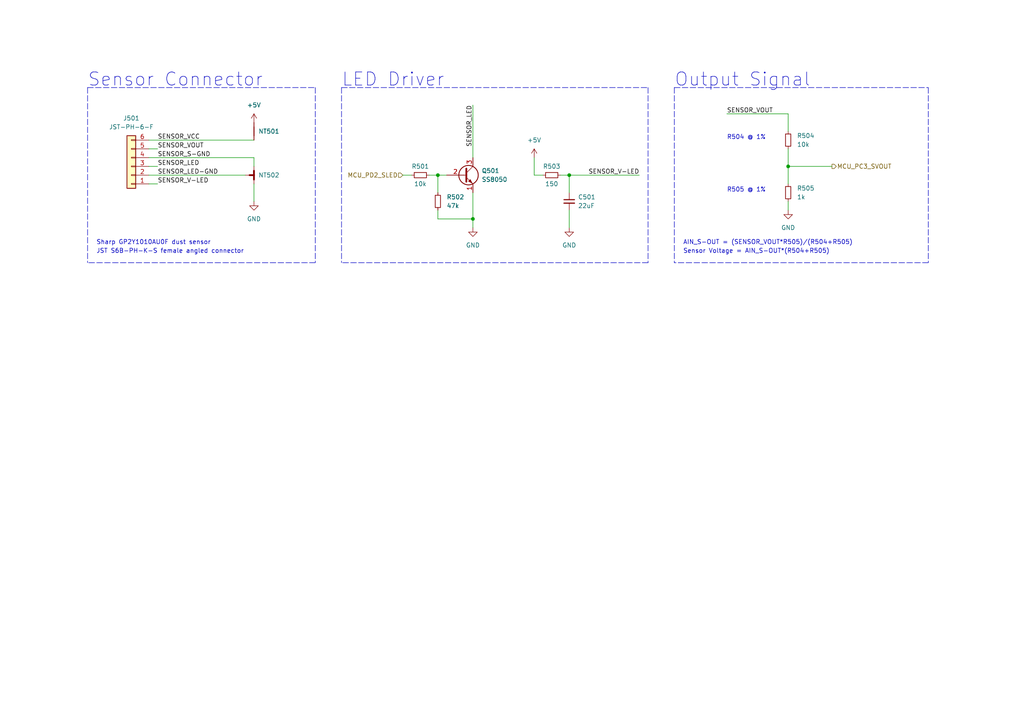
<source format=kicad_sch>
(kicad_sch (version 20211123) (generator eeschema)
  (paper "A4")
  (title_block (title "Dust Sensor Driver Circuit") (date "2022-09-08") (rev "v1.0.0") (company "Lizard Electronics") (comment 1 "Designed by: Manuel Lagarto"))
  (lib_symbols
    (symbol "Connector_Generic:Conn_01x06" (pin_names (offset 1.016) hide)
      (property "Reference" "J" (at 0 7.62 0))
      (property "Value" "Conn_01x06" (at 0 -10.16 0))
      (symbol "Conn_01x06_1_1"
        (rectangle (start -1.27 -7.493) (end 0 -7.747) (stroke (width 0.1524)))
        (rectangle (start -1.27 -4.953) (end 0 -5.207) (stroke (width 0.1524)))
        (rectangle (start -1.27 -2.413) (end 0 -2.667) (stroke (width 0.1524)))
        (rectangle (start -1.27 0.127) (end 0 -0.127) (stroke (width 0.1524)))
        (rectangle (start -1.27 2.667) (end 0 2.413) (stroke (width 0.1524)))
        (rectangle (start -1.27 5.207) (end 0 4.953) (stroke (width 0.1524)))
        (rectangle (start -1.27 6.35) (end 1.27 -8.89) (stroke (width 0.254)) (fill (type background)))
        (pin passive line (at -5.08 5.08 0) (length 3.81) (name "Pin_1") (number "1"))
        (pin passive line (at -5.08 2.54 0) (length 3.81) (name "Pin_2") (number "2"))
        (pin passive line (at -5.08 0 0) (length 3.81) (name "Pin_3") (number "3"))
        (pin passive line (at -5.08 -2.54 0) (length 3.81) (name "Pin_4") (number "4"))
        (pin passive line (at -5.08 -5.08 0) (length 3.81) (name "Pin_5") (number "5"))
        (pin passive line (at -5.08 -7.62 0) (length 3.81) (name "Pin_6") (number "6"))
      )
    )
    (symbol "Device:C_Small" (pin_numbers hide) (pin_names (offset 0.254) hide)
      (property "Reference" "C" (at 0.254 1.778 0))
      (property "Value" "C_Small" (at 0.254 -2.032 0))
      (symbol "C_Small_0_1"
        (polyline (pts (xy -1.524 -0.508) (xy 1.524 -0.508)) (stroke (width 0.3302)))
        (polyline (pts (xy -1.524 0.508) (xy 1.524 0.508)) (stroke (width 0.3048)))
      )
      (symbol "C_Small_1_1"
        (pin passive line (at 0 2.54 270) (length 2.032) (name "~") (number "1"))
        (pin passive line (at 0 -2.54 90) (length 2.032) (name "~") (number "2"))
      )
    )
    (symbol "Device:NetTie_2" (pin_numbers hide) (pin_names (offset 0) hide)
      (property "Reference" "NT" (at 0 1.27 0))
      (property "Value" "NetTie_2" (at 0 -1.27 0))
      (symbol "NetTie_2_0_1"
        (polyline (pts (xy -1.27 0) (xy 1.27 0)) (stroke (width 0.254)))
      )
      (symbol "NetTie_2_1_1"
        (pin passive line (at -2.54 0 0) (length 2.54) (name "1") (number "1"))
        (pin passive line (at 2.54 0 180) (length 2.54) (name "2") (number "2"))
      )
    )
    (symbol "Device:NetTie_3_Tee" (pin_numbers hide) (pin_names (offset 0) hide)
      (property "Reference" "NT" (at 0 3.175 0))
      (property "Value" "NetTie_3_Tee" (at 0 1.27 0))
      (symbol "NetTie_3_Tee_0_1"
        (polyline (pts (xy -1.27 0) (xy 1.27 0)) (stroke (width 0.254)))
        (polyline (pts (xy -1.27 0) (xy 1.27 0)) (stroke (width 0.508)))
        (polyline (pts (xy 0 -2.54) (xy 0 -2.54)) (stroke (width 0.254)))
        (polyline (pts (xy 0 -1.27) (xy 0 0)) (stroke (width 0.508)))
      )
      (symbol "NetTie_3_Tee_1_1"
        (pin passive line (at -2.54 0 0) (length 2.54) (name "1") (number "1"))
        (pin passive line (at 2.54 0 180) (length 2.54) (name "2") (number "2"))
        (pin passive line (at 0 -2.54 90) (length 2.54) (name "3") (number "3"))
      )
    )
    (symbol "Device:R_Small" (pin_numbers hide) (pin_names (offset 0.254) hide)
      (property "Reference" "R" (at 0.762 0.508 0))
      (property "Value" "R_Small" (at 0.762 -1.016 0))
      (symbol "R_Small_0_1"
        (rectangle (start -0.762 1.778) (end 0.762 -1.778) (stroke (width 0.2032)))
      )
      (symbol "R_Small_1_1"
        (pin passive line (at 0 2.54 270) (length 0.762) (name "~") (number "1"))
        (pin passive line (at 0 -2.54 90) (length 0.762) (name "~") (number "2"))
      )
    )
    (symbol "Transistor_BJT:S8050" (pin_names (offset 0) hide)
      (property "Reference" "Q" (at 5.08 1.905 0))
      (property "Value" "S8050" (at 5.08 0 0))
      (symbol "S8050_0_1"
        (polyline (pts (xy 0 0) (xy 0.635 0)))
        (polyline (pts (xy 0.635 0.635) (xy 2.54 2.54)))
        (polyline (pts (xy 0.635 -0.635) (xy 2.54 -2.54) (xy 2.54 -2.54)))
        (polyline (pts (xy 0.635 1.905) (xy 0.635 -1.905) (xy 0.635 -1.905)) (stroke (width 0.508)))
        (polyline (pts (xy 1.27 -1.778) (xy 1.778 -1.27) (xy 2.286 -2.286) (xy 1.27 -1.778) (xy 1.27 -1.778)) (fill (type outline)))
        (circle (center 1.27 0) (radius 2.8194) (stroke (width 0.254)))
      )
      (symbol "S8050_1_1"
        (pin passive line (at 2.54 -5.08 90) (length 2.54) (name "E") (number "1"))
        (pin input line (at -5.08 0 0) (length 5.08) (name "B") (number "2"))
        (pin passive line (at 2.54 5.08 270) (length 2.54) (name "C") (number "3"))
      )
    )
    (symbol "power:+5V" (power) (pin_names (offset 0))
      (property "Value" "+5V" (at 0 3.556 0))
      (symbol "+5V_0_1"
        (polyline (pts (xy -0.762 1.27) (xy 0 2.54)))
        (polyline (pts (xy 0 0) (xy 0 2.54)))
        (polyline (pts (xy 0 2.54) (xy 0.762 1.27)))
      )
      (symbol "+5V_1_1"
        (pin power_in line (at 0 0 90) (length 0) hide (name "+5V") (number "1"))
      )
    )
    (symbol "power:GND" (power) (pin_names (offset 0))
      (property "Value" "GND" (at 0 -3.81 0))
      (symbol "GND_0_1"
        (polyline (pts (xy 0 0) (xy 0 -1.27) (xy 1.27 -1.27) (xy 0 -2.54) (xy -1.27 -1.27) (xy 0 -1.27)))
      )
      (symbol "GND_1_1"
        (pin power_in line (at 0 0 270) (length 0) hide (name "GND") (number "1"))
      )
    )
  )
  (junction (at 137.16 63.5))
  (junction (at 127 50.8))
  (junction (at 228.6 48.26))
  (junction (at 165.1 50.8))
  (wire (pts (xy 127 63.5) (xy 127 60.96)))
  (wire (pts (xy 43.18 48.26) (xy 45.72 48.26)))
  (wire (pts (xy 154.94 50.8) (xy 157.48 50.8)))
  (wire (pts (xy 165.1 60.96) (xy 165.1 66.04)))
  (wire (pts (xy 228.6 53.34) (xy 228.6 48.26)))
  (wire (pts (xy 162.56 50.8) (xy 165.1 50.8)))
  (wire (pts (xy 137.16 63.5) (xy 127 63.5)))
  (wire (pts (xy 116.84 50.8) (xy 119.38 50.8)))
  (wire (pts (xy 127 55.88) (xy 127 50.8)))
  (wire (pts (xy 137.16 30.48) (xy 137.16 45.72)))
  (wire (pts (xy 228.6 43.18) (xy 228.6 48.26)))
  (wire (pts (xy 137.16 55.88) (xy 137.16 63.5)))
  (wire (pts (xy 165.1 50.8) (xy 165.1 55.88)))
  (polyline (pts (xy 187.96 76.2) (xy 99.06 76.2)))
  (polyline (pts (xy 91.44 76.2) (xy 25.4 76.2)))
  (polyline (pts (xy 187.96 25.4) (xy 187.96 76.2)))
  (polyline (pts (xy 25.4 25.4) (xy 91.44 25.4)))
  (wire (pts (xy 228.6 38.1) (xy 228.6 33.02)))
  (wire (pts (xy 73.66 53.34) (xy 73.66 58.42)))
  (wire (pts (xy 43.18 50.8) (xy 71.12 50.8)))
  (wire (pts (xy 137.16 66.04) (xy 137.16 63.5)))
  (wire (pts (xy 228.6 48.26) (xy 241.3 48.26)))
  (wire (pts (xy 124.46 50.8) (xy 127 50.8)))
  (polyline (pts (xy 269.24 25.4) (xy 269.24 76.2)))
  (polyline (pts (xy 25.4 25.4) (xy 25.4 76.2)))
  (polyline (pts (xy 99.06 25.4) (xy 187.96 25.4)))
  (wire (pts (xy 73.66 45.72) (xy 73.66 48.26)))
  (wire (pts (xy 43.18 40.64) (xy 73.66 40.64)))
  (polyline (pts (xy 269.24 76.2) (xy 195.58 76.2)))
  (wire (pts (xy 43.18 53.34) (xy 45.72 53.34)))
  (polyline (pts (xy 99.06 25.4) (xy 99.06 76.2)))
  (wire (pts (xy 165.1 50.8) (xy 185.42 50.8)))
  (wire (pts (xy 43.18 45.72) (xy 73.66 45.72)))
  (wire (pts (xy 210.82 33.02) (xy 228.6 33.02)))
  (polyline (pts (xy 195.58 25.4) (xy 269.24 25.4)))
  (wire (pts (xy 228.6 60.96) (xy 228.6 58.42)))
  (wire (pts (xy 154.94 45.72) (xy 154.94 50.8)))
  (polyline (pts (xy 91.44 25.4) (xy 91.44 76.2)))
  (polyline (pts (xy 195.58 25.4) (xy 195.58 76.2)))
  (wire (pts (xy 43.18 43.18) (xy 45.72 43.18)))
  (wire (pts (xy 127 50.8) (xy 129.54 50.8)))
  (text "R505 @ 1%" (at 210.82 55.88 0) (effects (font (size 1.27 1.27)) (justify left bottom)))
  (text "AIN_S-OUT = (SENSOR_VOUT*R505)/(R504+R505)" (at 198.12 71.12 0) (effects (font (size 1.27 1.27)) (justify left bottom)))
  (text "Sharp GP2Y1010AU0F dust sensor" (at 27.94 71.12 0) (effects (font (size 1.27 1.27)) (justify left bottom)))
  (text "Sensor Connector" (at 25.4 25.4 0) (effects (font (size 3.81 3.81)) (justify left bottom)))
  (text "Output Signal" (at 195.58 25.4 0) (effects (font (size 3.81 3.81)) (justify left bottom)))
  (text "Sensor Voltage = AIN_S-OUT*(R504+R505)" (at 198.12 73.66 0) (effects (font (size 1.27 1.27)) (justify left bottom)))
  (text "LED Driver" (at 99.06 25.4 0) (effects (font (size 3.81 3.81)) (justify left bottom)))
  (text "R504 @ 1%" (at 210.82 40.64 0) (effects (font (size 1.27 1.27)) (justify left bottom)))
  (text "JST S6B-PH-K-S female angled connector " (at 27.94 73.66 0) (effects (font (size 1.27 1.27)) (justify left bottom)))
  (label "SENSOR_VOUT" (at 45.72 43.18 0))
  (label "SENSOR_V-LED" (at 45.72 53.34 0))
  (label "SENSOR_VCC" (at 45.72 40.64 0))
  (label "SENSOR_LED-GND" (at 45.72 50.8 0))
  (label "SENSOR_S-GND" (at 45.72 45.72 0))
  (label "SENSOR_V-LED" (at 185.42 50.8 180))
  (label "SENSOR_LED" (at 45.72 48.26 0))
  (label "SENSOR_LED" (at 137.16 30.48 270))
  (label "SENSOR_VOUT" (at 210.82 33.02 0))
  (hierarchical_label "MCU_PD2_SLED" (shape input) (at 116.84 50.8 180))
  (hierarchical_label "MCU_PC3_SVOUT" (shape output) (at 241.3 48.26 0))
  (symbol (lib_id "Transistor_BJT:S8050") (at 134.62 50.8 0) (unit 1)
    (property "Reference" "Q501" (at 139.7 49.5299 0) (effects (justify left)))
    (property "Value" "SS8050" (at 139.7 52.0699 0) (effects (justify left)))
    (property "Footprint" "Package_TO_SOT_SMD:SOT-23" (effects hide))
    (property "Datasheet" "https://datasheet.lcsc.com/lcsc/1811052004_Jiangsu-Changjing-Electronics-Technology-Co---Ltd--SS8050_C2150.pdf" (effects hide))
  )
  (symbol (lib_id "power:GND") (at 165.1 66.04 0) (unit 1)
    (property "Reference" "#PWR0505" (effects hide))
    (property "Value" "GND" (at 165.1 71.12 0))
  )
  (symbol (lib_id "Device:NetTie_2") (at 73.66 38.1 90) (unit 1)
    (property "Reference" "NT501" (at 74.93 38.0999 90) (effects (justify right)))
    (property "Value" "NetTie_2" (effects hide))
    (property "Footprint" "NetTie:NetTie-2_SMD_Pad0.5mm" (effects hide))
  )
  (symbol (lib_id "Device:R_Small") (at 121.92 50.8 90) (unit 1)
    (property "Reference" "R501" (at 121.92 48.26 90))
    (property "Value" "10k" (at 121.92 53.34 90))
    (property "Footprint" "Resistor_SMD:R_0603_1608Metric_Pad0.98x0.95mm_HandSolder" (effects hide))
  )
  (symbol (lib_id "Device:R_Small") (at 228.6 55.88 180) (unit 1)
    (property "Reference" "R505" (at 231.14 54.6099 0) (effects (justify right)))
    (property "Value" "1k" (at 231.14 57.1499 0) (effects (justify right)))
    (property "Footprint" "Resistor_SMD:R_0603_1608Metric_Pad0.98x0.95mm_HandSolder" (effects hide))
  )
  (symbol (lib_id "power:GND") (at 73.66 58.42 0) (unit 1)
    (property "Reference" "#PWR0502" (effects hide))
    (property "Value" "GND" (at 73.66 63.5 0))
  )
  (symbol (lib_id "Connector_Generic:Conn_01x06") (at 38.1 48.26 180) (unit 1)
    (property "Reference" "J501" (at 38.1 34.29 0))
    (property "Value" "JST-PH-6-F" (at 38.1 36.83 0))
    (property "Footprint" "Connector_JST:JST_PH_S6B-PH-K_1x06_P2.00mm_Horizontal" (effects hide))
  )
  (symbol (lib_id "power:+5V") (at 73.66 35.56 0) (unit 1)
    (property "Reference" "#PWR0501" (effects hide))
    (property "Value" "+5V" (at 73.66 30.48 0))
  )
  (symbol (lib_id "Device:R_Small") (at 228.6 40.64 180) (unit 1)
    (property "Reference" "R504" (at 231.14 39.3699 0) (effects (justify right)))
    (property "Value" "10k" (at 231.14 41.9099 0) (effects (justify right)))
    (property "Footprint" "Resistor_SMD:R_0603_1608Metric_Pad0.98x0.95mm_HandSolder" (effects hide))
  )
  (symbol (lib_id "power:+5V") (at 154.94 45.72 0) (unit 1)
    (property "Reference" "#PWR0504" (effects hide))
    (property "Value" "+5V" (at 154.94 40.64 0))
  )
  (symbol (lib_id "power:GND") (at 137.16 66.04 0) (unit 1)
    (property "Reference" "#PWR0503" (effects hide))
    (property "Value" "GND" (at 137.16 71.12 0))
  )
  (symbol (lib_id "Device:C_Small") (at 165.1 58.42 0) (unit 1)
    (property "Reference" "C501" (at 167.64 57.1562 0) (effects (justify left)))
    (property "Value" "22uF" (at 167.64 59.6962 0) (effects (justify left)))
    (property "Footprint" "Capacitor_SMD:C_0805_2012Metric_Pad1.18x1.45mm_HandSolder" (effects hide))
  )
  (symbol (lib_id "Device:R_Small") (at 127 58.42 180) (unit 1)
    (property "Reference" "R502" (at 129.54 57.1499 0) (effects (justify right)))
    (property "Value" "47k" (at 129.54 59.6899 0) (effects (justify right)))
    (property "Footprint" "Resistor_SMD:R_0603_1608Metric_Pad0.98x0.95mm_HandSolder" (effects hide))
  )
  (symbol (lib_id "Device:R_Small") (at 160.02 50.8 90) (unit 1)
    (property "Reference" "R503" (at 160.02 48.26 90))
    (property "Value" "150" (at 160.02 53.34 90))
    (property "Footprint" "Resistor_SMD:R_0805_2012Metric_Pad1.20x1.40mm_HandSolder" (effects hide))
  )
  (symbol (lib_id "power:GND") (at 228.6 60.96 0) (unit 1)
    (property "Reference" "#PWR0506" (effects hide))
    (property "Value" "GND" (at 228.6 66.04 0))
  )
  (symbol (lib_id "Device:NetTie_3_Tee") (at 73.66 50.8 270) (unit 1)
    (property "Reference" "NT502" (at 74.93 50.7999 90) (effects (justify left)))
    (property "Value" "NetTie_3_Tee" (effects hide))
    (property "Footprint" "NetTie:NetTie-3_SMD_Pad0.5mm" (effects hide))
  )
)
</source>
